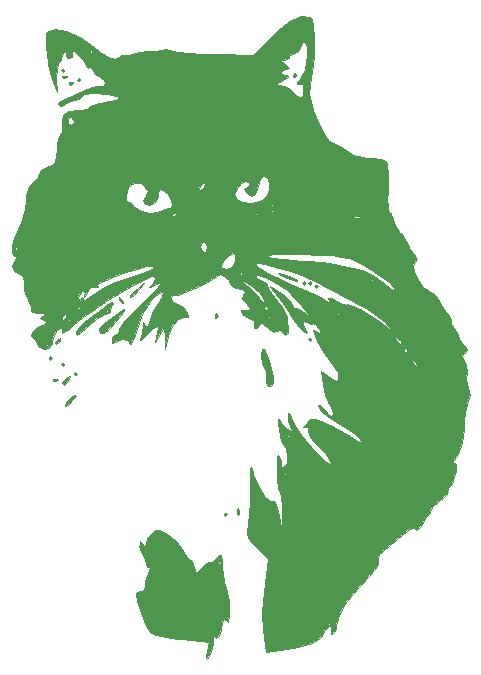
<source format=gbr>
%TF.GenerationSoftware,KiCad,Pcbnew,(5.1.9)-1*%
%TF.CreationDate,2021-06-30T11:05:27-04:00*%
%TF.ProjectId,charging_board_relay,63686172-6769-46e6-975f-626f6172645f,rev?*%
%TF.SameCoordinates,Original*%
%TF.FileFunction,Legend,Bot*%
%TF.FilePolarity,Positive*%
%FSLAX46Y46*%
G04 Gerber Fmt 4.6, Leading zero omitted, Abs format (unit mm)*
G04 Created by KiCad (PCBNEW (5.1.9)-1) date 2021-06-30 11:05:27*
%MOMM*%
%LPD*%
G01*
G04 APERTURE LIST*
%ADD10C,0.010000*%
G04 APERTURE END LIST*
D10*
%TO.C,G\u002A\u002A\u002A*%
G36*
X110243966Y-116857305D02*
G01*
X110221118Y-116877916D01*
X109836350Y-117381987D01*
X109723948Y-117746195D01*
X109682779Y-118025737D01*
X109501771Y-117830045D01*
X109463417Y-117771334D01*
X109269105Y-117559763D01*
X109205516Y-117821181D01*
X109202885Y-117954156D01*
X109307744Y-118487699D01*
X109463417Y-118697375D01*
X109683427Y-119069484D01*
X109728000Y-119390063D01*
X109836788Y-119750599D01*
X110014437Y-119742202D01*
X110107473Y-119817454D01*
X109961895Y-120233168D01*
X109918448Y-120321900D01*
X109684141Y-120948948D01*
X109652597Y-121405114D01*
X109654059Y-121409354D01*
X109551524Y-121692777D01*
X109353173Y-121740084D01*
X108987282Y-121884668D01*
X108934250Y-122021098D01*
X109031211Y-122595071D01*
X109275230Y-123403913D01*
X109596011Y-124259669D01*
X109923259Y-124974384D01*
X110181529Y-125356053D01*
X110609530Y-125518804D01*
X111416016Y-125682351D01*
X112451102Y-125818464D01*
X112817496Y-125852565D01*
X115072416Y-126040399D01*
X114920364Y-126800658D01*
X114830753Y-127403922D01*
X114904206Y-127503897D01*
X115141185Y-127100678D01*
X115249960Y-126869056D01*
X115439710Y-126155337D01*
X115427164Y-125612285D01*
X115375444Y-125300612D01*
X115441032Y-125378104D01*
X115716816Y-125702063D01*
X115957027Y-125561570D01*
X116075917Y-125018955D01*
X116078000Y-124915083D01*
X116168888Y-124351448D01*
X116376441Y-124107646D01*
X116602989Y-124271077D01*
X116655417Y-124398376D01*
X116719608Y-124338582D01*
X116776083Y-123869117D01*
X116794566Y-123538480D01*
X116763001Y-122646622D01*
X116626029Y-121862373D01*
X116580072Y-121722694D01*
X116380122Y-120995049D01*
X116235997Y-120111367D01*
X116225230Y-120002902D01*
X116166419Y-119358834D01*
X116078000Y-119358834D01*
X115981193Y-119576616D01*
X115901611Y-119535222D01*
X115869945Y-119221224D01*
X115901611Y-119182445D01*
X116058905Y-119218764D01*
X116078000Y-119358834D01*
X116166419Y-119358834D01*
X116158633Y-119273574D01*
X116111082Y-118773577D01*
X116104843Y-118712951D01*
X115958779Y-118699549D01*
X115702757Y-118977119D01*
X115352593Y-119301044D01*
X115140745Y-119303523D01*
X114861245Y-119345043D01*
X114462280Y-119700814D01*
X113970586Y-120284875D01*
X113802809Y-119689563D01*
X113608401Y-119227893D01*
X113461475Y-119094250D01*
X113235376Y-118884862D01*
X112898357Y-118367878D01*
X112824256Y-118234354D01*
X112264453Y-117498401D01*
X111555887Y-116913779D01*
X111537415Y-116903054D01*
X110962761Y-116609284D01*
X110607312Y-116595480D01*
X110243966Y-116857305D01*
G37*
X110243966Y-116857305D02*
X110221118Y-116877916D01*
X109836350Y-117381987D01*
X109723948Y-117746195D01*
X109682779Y-118025737D01*
X109501771Y-117830045D01*
X109463417Y-117771334D01*
X109269105Y-117559763D01*
X109205516Y-117821181D01*
X109202885Y-117954156D01*
X109307744Y-118487699D01*
X109463417Y-118697375D01*
X109683427Y-119069484D01*
X109728000Y-119390063D01*
X109836788Y-119750599D01*
X110014437Y-119742202D01*
X110107473Y-119817454D01*
X109961895Y-120233168D01*
X109918448Y-120321900D01*
X109684141Y-120948948D01*
X109652597Y-121405114D01*
X109654059Y-121409354D01*
X109551524Y-121692777D01*
X109353173Y-121740084D01*
X108987282Y-121884668D01*
X108934250Y-122021098D01*
X109031211Y-122595071D01*
X109275230Y-123403913D01*
X109596011Y-124259669D01*
X109923259Y-124974384D01*
X110181529Y-125356053D01*
X110609530Y-125518804D01*
X111416016Y-125682351D01*
X112451102Y-125818464D01*
X112817496Y-125852565D01*
X115072416Y-126040399D01*
X114920364Y-126800658D01*
X114830753Y-127403922D01*
X114904206Y-127503897D01*
X115141185Y-127100678D01*
X115249960Y-126869056D01*
X115439710Y-126155337D01*
X115427164Y-125612285D01*
X115375444Y-125300612D01*
X115441032Y-125378104D01*
X115716816Y-125702063D01*
X115957027Y-125561570D01*
X116075917Y-125018955D01*
X116078000Y-124915083D01*
X116168888Y-124351448D01*
X116376441Y-124107646D01*
X116602989Y-124271077D01*
X116655417Y-124398376D01*
X116719608Y-124338582D01*
X116776083Y-123869117D01*
X116794566Y-123538480D01*
X116763001Y-122646622D01*
X116626029Y-121862373D01*
X116580072Y-121722694D01*
X116380122Y-120995049D01*
X116235997Y-120111367D01*
X116225230Y-120002902D01*
X116166419Y-119358834D01*
X116078000Y-119358834D01*
X115981193Y-119576616D01*
X115901611Y-119535222D01*
X115869945Y-119221224D01*
X115901611Y-119182445D01*
X116058905Y-119218764D01*
X116078000Y-119358834D01*
X116166419Y-119358834D01*
X116158633Y-119273574D01*
X116111082Y-118773577D01*
X116104843Y-118712951D01*
X115958779Y-118699549D01*
X115702757Y-118977119D01*
X115352593Y-119301044D01*
X115140745Y-119303523D01*
X114861245Y-119345043D01*
X114462280Y-119700814D01*
X113970586Y-120284875D01*
X113802809Y-119689563D01*
X113608401Y-119227893D01*
X113461475Y-119094250D01*
X113235376Y-118884862D01*
X112898357Y-118367878D01*
X112824256Y-118234354D01*
X112264453Y-117498401D01*
X111555887Y-116913779D01*
X111537415Y-116903054D01*
X110962761Y-116609284D01*
X110607312Y-116595480D01*
X110243966Y-116857305D01*
G36*
X121937574Y-73503683D02*
G01*
X120849982Y-74368820D01*
X120337266Y-74871511D01*
X118856125Y-76391421D01*
X115796349Y-76323696D01*
X114510518Y-76275009D01*
X113363787Y-76194782D01*
X112492810Y-76094792D01*
X112070096Y-76002578D01*
X111464958Y-75877300D01*
X111095634Y-75939530D01*
X110631107Y-76055852D01*
X109940306Y-76071191D01*
X109927898Y-76070354D01*
X109251849Y-76088451D01*
X108809497Y-76214523D01*
X108802762Y-76219603D01*
X108331457Y-76363613D01*
X108075405Y-76353628D01*
X107605621Y-76407435D01*
X107464477Y-76519899D01*
X107117265Y-76745863D01*
X106555729Y-76586662D01*
X105841990Y-76099459D01*
X105230083Y-76099459D01*
X105097791Y-76231750D01*
X104965500Y-76099459D01*
X105097791Y-75967167D01*
X105230083Y-76099459D01*
X105841990Y-76099459D01*
X105734159Y-76025853D01*
X105453554Y-75796513D01*
X104154075Y-74858981D01*
X102987452Y-74321871D01*
X102014055Y-74211206D01*
X101848290Y-74242432D01*
X101492697Y-74361436D01*
X101310568Y-74578802D01*
X101265576Y-75027225D01*
X101321397Y-75839403D01*
X101344017Y-76084541D01*
X101489757Y-77139941D01*
X101703222Y-78120514D01*
X101875103Y-78649920D01*
X102249658Y-79539042D01*
X102174701Y-78282271D01*
X102176633Y-77550882D01*
X102265545Y-77097736D01*
X102341997Y-77025500D01*
X102559390Y-76811974D01*
X102584250Y-76644240D01*
X102743534Y-76195064D01*
X102845803Y-76101332D01*
X103001596Y-76141623D01*
X102966708Y-76306203D01*
X103036924Y-76622642D01*
X103238156Y-76672722D01*
X103528334Y-76509641D01*
X103493597Y-76179152D01*
X103462878Y-75928442D01*
X103679700Y-76045660D01*
X104018930Y-76367567D01*
X104470602Y-76886908D01*
X104695352Y-77277947D01*
X104700916Y-77317725D01*
X104863722Y-77464526D01*
X104965500Y-77422375D01*
X105196825Y-77476371D01*
X105230083Y-77640485D01*
X105451893Y-78008666D01*
X105759250Y-78160496D01*
X106189638Y-78456676D01*
X106288417Y-78736137D01*
X106174572Y-79034773D01*
X106043660Y-79022129D01*
X105632333Y-78992477D01*
X105183764Y-79109893D01*
X103804444Y-79664771D01*
X102893798Y-80077687D01*
X102415926Y-80366132D01*
X102319666Y-80505267D01*
X102489349Y-80716887D01*
X102823156Y-80631906D01*
X102981125Y-80465084D01*
X103355867Y-80239536D01*
X103636149Y-80200500D01*
X104097551Y-80060641D01*
X104227874Y-79899837D01*
X104530209Y-79714811D01*
X105159219Y-79625095D01*
X105374401Y-79623801D01*
X106488784Y-79690626D01*
X107197114Y-79814873D01*
X107470919Y-79974550D01*
X107281727Y-80147664D01*
X106601065Y-80312223D01*
X106319303Y-80353668D01*
X105555746Y-80495390D01*
X105064805Y-80664157D01*
X104965500Y-80763753D01*
X104733988Y-80921781D01*
X104170152Y-80997350D01*
X104105604Y-80998302D01*
X103195729Y-81102637D01*
X102719425Y-81442266D01*
X102612335Y-82073358D01*
X102635438Y-82281396D01*
X102648323Y-82872408D01*
X102514537Y-83177767D01*
X102506200Y-83181031D01*
X102330757Y-83472455D01*
X102200982Y-84095710D01*
X102179895Y-84311968D01*
X102125124Y-85019825D01*
X102084942Y-85477012D01*
X102078882Y-85529630D01*
X101836019Y-85713396D01*
X101393625Y-85865400D01*
X100897058Y-86119224D01*
X100732166Y-86410102D01*
X100529283Y-86870914D01*
X100373917Y-87000374D01*
X99850068Y-87565719D01*
X99571046Y-88354012D01*
X99573243Y-88799459D01*
X99524783Y-89409984D01*
X99267174Y-90317502D01*
X98852227Y-91358660D01*
X98588339Y-91904723D01*
X98382896Y-92540106D01*
X98386580Y-93106947D01*
X98589415Y-93415248D01*
X98668416Y-93429667D01*
X98852493Y-93507762D01*
X98668416Y-93747167D01*
X98368227Y-94271711D01*
X98554661Y-94681571D01*
X98880083Y-94829246D01*
X99239148Y-95033028D01*
X99393898Y-95488544D01*
X99403889Y-96210564D01*
X99509709Y-96515814D01*
X99773355Y-97070330D01*
X99790212Y-97103061D01*
X100013946Y-97670011D01*
X100024463Y-98016251D01*
X100016059Y-98026330D01*
X100120488Y-98143181D01*
X100601999Y-98196058D01*
X100621923Y-98196218D01*
X101108081Y-98235024D01*
X101118774Y-98367062D01*
X100996750Y-98456750D01*
X100781476Y-98670690D01*
X100930604Y-98717282D01*
X101238105Y-98888478D01*
X101261333Y-98985917D01*
X101057526Y-99239796D01*
X100977851Y-99250500D01*
X100578169Y-99395037D01*
X100218693Y-99719417D01*
X100037799Y-100059796D01*
X100139216Y-100243475D01*
X100445575Y-100567704D01*
X100467583Y-100699450D01*
X100685456Y-101074194D01*
X101154625Y-101280285D01*
X101549793Y-101220119D01*
X101697752Y-100970292D01*
X101525916Y-100970292D01*
X101393625Y-101102583D01*
X101261333Y-100970292D01*
X101393625Y-100838000D01*
X101525916Y-100970292D01*
X101697752Y-100970292D01*
X101765413Y-100856048D01*
X101798914Y-100623948D01*
X101959357Y-100064776D01*
X102195789Y-99662951D01*
X102517036Y-99366245D01*
X102637640Y-99554545D01*
X102603905Y-99880843D01*
X102756489Y-99863872D01*
X103194120Y-99566959D01*
X103564760Y-99269187D01*
X104094129Y-98853625D01*
X103378000Y-98853625D01*
X103245708Y-98985917D01*
X103113416Y-98853625D01*
X103245708Y-98721333D01*
X103378000Y-98853625D01*
X104094129Y-98853625D01*
X104443142Y-98579645D01*
X104947757Y-98218993D01*
X103038463Y-98218993D01*
X102982949Y-98484111D01*
X102964114Y-98534307D01*
X102754513Y-98858300D01*
X102635348Y-98860626D01*
X102665027Y-98580735D01*
X102816002Y-98386195D01*
X103038463Y-98218993D01*
X104947757Y-98218993D01*
X105508578Y-97818171D01*
X105542789Y-97795292D01*
X104171750Y-97795292D01*
X104039458Y-97927583D01*
X103907166Y-97795292D01*
X104039458Y-97663000D01*
X104171750Y-97795292D01*
X105542789Y-97795292D01*
X106661070Y-97047435D01*
X107800617Y-96330110D01*
X108827221Y-95728868D01*
X109640880Y-95306382D01*
X110141595Y-95125325D01*
X110180718Y-95122806D01*
X110580107Y-95160954D01*
X110556618Y-95350828D01*
X110313010Y-95641529D01*
X110017447Y-95996192D01*
X110115590Y-96011792D01*
X110455604Y-95840107D01*
X110883360Y-95646472D01*
X110997561Y-95690665D01*
X110777994Y-96000735D01*
X110204446Y-96604731D01*
X109256706Y-97530701D01*
X109193836Y-97591035D01*
X108412408Y-98384405D01*
X107821107Y-99069747D01*
X107497615Y-99552104D01*
X107464523Y-99704947D01*
X107412084Y-99966719D01*
X107286796Y-99974930D01*
X106988264Y-100138322D01*
X106874008Y-100406314D01*
X106878997Y-100744574D01*
X107118226Y-100683423D01*
X107736315Y-100452510D01*
X108232210Y-100514609D01*
X108428742Y-100816071D01*
X108501673Y-100840813D01*
X108662206Y-100444875D01*
X108782830Y-100044250D01*
X109398835Y-98342396D01*
X110167910Y-97102354D01*
X110496284Y-96760005D01*
X110999186Y-96414665D01*
X111217353Y-96472855D01*
X111104631Y-96865775D01*
X110834790Y-97264616D01*
X110380998Y-98030371D01*
X110114409Y-98768985D01*
X109951524Y-99282888D01*
X109774445Y-99312667D01*
X109703292Y-99219581D01*
X109515203Y-99014311D01*
X109467468Y-99295006D01*
X109383407Y-99936150D01*
X109309526Y-100221048D01*
X109235303Y-100544914D01*
X109409116Y-100418132D01*
X109507963Y-100308833D01*
X110008809Y-99818111D01*
X110367200Y-99515083D01*
X110708495Y-99281952D01*
X110791440Y-99407325D01*
X110695778Y-99911958D01*
X110517447Y-100705708D01*
X111296749Y-99382792D01*
X111332702Y-100308833D01*
X111368655Y-101234875D01*
X111610845Y-100202651D01*
X111944869Y-99329708D01*
X112422681Y-98745558D01*
X112949625Y-98553993D01*
X113087921Y-98583001D01*
X113281611Y-98520761D01*
X113191414Y-98112530D01*
X112798701Y-97617346D01*
X112411180Y-97446161D01*
X111960527Y-97222919D01*
X111844667Y-96967525D01*
X111972388Y-96704386D01*
X112097582Y-96729747D01*
X112438540Y-96697177D01*
X113084062Y-96473262D01*
X113886994Y-96127578D01*
X114700183Y-95729701D01*
X115376477Y-95349208D01*
X115768723Y-95055673D01*
X115813416Y-94972852D01*
X115997704Y-94917827D01*
X116342583Y-95078569D01*
X116758108Y-95465566D01*
X116871750Y-95742270D01*
X117091898Y-96015355D01*
X117385302Y-96075500D01*
X117889501Y-96197424D01*
X118099386Y-96470185D01*
X117928712Y-96737806D01*
X117898597Y-97005678D01*
X118255125Y-97408744D01*
X118579576Y-97794361D01*
X118425203Y-97981195D01*
X117819151Y-97943987D01*
X117759778Y-98067342D01*
X117917693Y-98309530D01*
X118383445Y-98654724D01*
X118652246Y-98721333D01*
X118923119Y-98895277D01*
X118892736Y-99118209D01*
X118889676Y-99458156D01*
X119117005Y-99475078D01*
X119346242Y-99184354D01*
X119567305Y-99068959D01*
X119975820Y-99413444D01*
X119992957Y-99432813D01*
X120466417Y-99812789D01*
X120773845Y-99740488D01*
X121095850Y-99624782D01*
X121223127Y-99756613D01*
X121550256Y-100042125D01*
X121775328Y-99876163D01*
X121784543Y-99448938D01*
X121684830Y-98780065D01*
X121667553Y-98589042D01*
X120311333Y-98589042D01*
X120179041Y-98721333D01*
X120046750Y-98589042D01*
X120179041Y-98456750D01*
X120311333Y-98589042D01*
X121667553Y-98589042D01*
X121653911Y-98438229D01*
X121479583Y-98014893D01*
X121333398Y-97795292D01*
X120046750Y-97795292D01*
X119914458Y-97927583D01*
X119782166Y-97795292D01*
X119914458Y-97663000D01*
X120046750Y-97795292D01*
X121333398Y-97795292D01*
X121053110Y-97374241D01*
X120966706Y-97266125D01*
X119770400Y-97266125D01*
X119637172Y-97274343D01*
X119313518Y-96936025D01*
X119284173Y-96898340D01*
X118690507Y-96236708D01*
X118165577Y-95756103D01*
X117533208Y-95246235D01*
X118194666Y-95559543D01*
X118840851Y-95988629D01*
X119409374Y-96561959D01*
X119740245Y-97106255D01*
X119770400Y-97266125D01*
X120966706Y-97266125D01*
X120687591Y-96916875D01*
X120208877Y-96313600D01*
X119956421Y-95904948D01*
X119959987Y-95794146D01*
X119924858Y-95702156D01*
X119583729Y-95538089D01*
X119125279Y-95252814D01*
X118988416Y-95021236D01*
X119198706Y-94979950D01*
X119744233Y-95155704D01*
X120347651Y-95432445D01*
X121711858Y-96314597D01*
X122893406Y-97525603D01*
X123465059Y-98302291D01*
X123678157Y-98635861D01*
X123599075Y-98622947D01*
X123180847Y-98255893D01*
X122690553Y-97900781D01*
X122363310Y-97822122D01*
X122342225Y-97836969D01*
X122187047Y-97794702D01*
X122163417Y-97624563D01*
X121965507Y-97212950D01*
X121484212Y-96739700D01*
X121435812Y-96703599D01*
X120654117Y-96157380D01*
X120273446Y-95948396D01*
X120295684Y-96077173D01*
X120668661Y-96489358D01*
X121310647Y-97264788D01*
X121860505Y-98118545D01*
X121897278Y-98188699D01*
X122376480Y-98955647D01*
X122917034Y-99594766D01*
X122974493Y-99647375D01*
X123320423Y-99903100D01*
X123363961Y-99821403D01*
X123340816Y-99779667D01*
X123077651Y-99216833D01*
X123067279Y-98907099D01*
X123305287Y-98949829D01*
X123375286Y-99003548D01*
X123683444Y-99174567D01*
X123750916Y-99118208D01*
X123913698Y-99094410D01*
X124147791Y-99250500D01*
X124481300Y-99648892D01*
X124544666Y-99844460D01*
X124382395Y-99915552D01*
X124109802Y-99748138D01*
X123906996Y-99642747D01*
X123955833Y-99898099D01*
X124265522Y-100560921D01*
X124272921Y-100575637D01*
X124694040Y-101355465D01*
X125080090Y-101977940D01*
X125218098Y-102160917D01*
X125551371Y-102620161D01*
X125650292Y-102822375D01*
X125837155Y-103042854D01*
X125877033Y-103039711D01*
X125992979Y-103218719D01*
X126018774Y-103502732D01*
X125995068Y-103895468D01*
X125835693Y-103964486D01*
X125408262Y-103723622D01*
X125200696Y-103588238D01*
X124552426Y-103163475D01*
X124708611Y-104315842D01*
X124888037Y-105129315D01*
X125146627Y-105761969D01*
X125233898Y-105885917D01*
X125525400Y-106358947D01*
X125599435Y-106770332D01*
X125446973Y-106923417D01*
X125183773Y-106742025D01*
X124794317Y-106328104D01*
X124448744Y-106005542D01*
X124289809Y-106037192D01*
X124288886Y-106051169D01*
X124372591Y-106303666D01*
X124683385Y-106626197D01*
X125291211Y-107074369D01*
X126266012Y-107703787D01*
X126727479Y-107989910D01*
X127418917Y-108467424D01*
X127875391Y-108881805D01*
X127984250Y-109075263D01*
X127838204Y-109192000D01*
X127521229Y-108974292D01*
X127045730Y-108646716D01*
X126267210Y-108203293D01*
X125464340Y-107794330D01*
X124610651Y-107392583D01*
X124091543Y-107205037D01*
X123765458Y-107215009D01*
X123490835Y-107405819D01*
X123347674Y-107544903D01*
X123077877Y-107851615D01*
X123144463Y-107880714D01*
X123155604Y-107874493D01*
X123427477Y-107899526D01*
X123486333Y-108209223D01*
X123669665Y-108696930D01*
X124132517Y-109320033D01*
X124391622Y-109586400D01*
X124962213Y-110193977D01*
X125345144Y-110730173D01*
X125414894Y-110891459D01*
X125342893Y-111011057D01*
X125017834Y-110804049D01*
X124520111Y-110354713D01*
X123930122Y-109747327D01*
X123328262Y-109066168D01*
X122991904Y-108643209D01*
X121898833Y-108643209D01*
X121766541Y-108775500D01*
X121634250Y-108643209D01*
X121766541Y-108510917D01*
X121898833Y-108643209D01*
X122991904Y-108643209D01*
X122794926Y-108395516D01*
X122410511Y-107819646D01*
X122323722Y-107651021D01*
X122028088Y-107035077D01*
X121829314Y-106687424D01*
X121798345Y-106658834D01*
X121737522Y-106869607D01*
X121795658Y-107334763D01*
X121934033Y-107803555D01*
X121993119Y-107920256D01*
X122082046Y-108208967D01*
X122027841Y-108246334D01*
X121677724Y-108049246D01*
X121261415Y-107592625D01*
X121013395Y-107183275D01*
X120938396Y-107175699D01*
X120943828Y-107592634D01*
X120983308Y-107973821D01*
X121115991Y-108717017D01*
X121279343Y-109210085D01*
X121345551Y-109296738D01*
X121580931Y-109681099D01*
X121687971Y-110292969D01*
X121655362Y-110897641D01*
X121471796Y-111260413D01*
X121440902Y-111275860D01*
X121182257Y-111297802D01*
X121190525Y-111219865D01*
X121193909Y-110843497D01*
X121090572Y-110495292D01*
X120946483Y-110235302D01*
X120867079Y-110418058D01*
X120829809Y-110892167D01*
X120822792Y-112201105D01*
X120952671Y-113090226D01*
X121099586Y-113405709D01*
X121211211Y-113796723D01*
X121287259Y-114538252D01*
X121308923Y-115257792D01*
X121310544Y-116845292D01*
X121009376Y-115433268D01*
X120820176Y-114688380D01*
X120646325Y-114240363D01*
X120554911Y-114175453D01*
X120270975Y-114146193D01*
X119860074Y-113760693D01*
X119415440Y-113143891D01*
X119030306Y-112420725D01*
X118832128Y-111866823D01*
X118694381Y-111372547D01*
X118610934Y-111217674D01*
X118570210Y-111452178D01*
X118560630Y-112126032D01*
X118567544Y-113008834D01*
X118552815Y-114182934D01*
X118492192Y-115272370D01*
X118397835Y-116077687D01*
X118372985Y-116200263D01*
X118278531Y-116795185D01*
X118386977Y-117242898D01*
X118776118Y-117736735D01*
X119135745Y-118095885D01*
X120117062Y-119049036D01*
X119799317Y-121122164D01*
X119613691Y-123508172D01*
X119698015Y-125047375D01*
X119914458Y-126899458D01*
X121105083Y-126746168D01*
X122629632Y-126482906D01*
X123783601Y-126142414D01*
X124509341Y-125745643D01*
X124737332Y-125426104D01*
X124943733Y-125007034D01*
X125096388Y-124915083D01*
X125217349Y-124711307D01*
X125172862Y-124452063D01*
X125106462Y-124160282D01*
X125269926Y-124335277D01*
X125288978Y-124361923D01*
X125441800Y-124899735D01*
X125401266Y-125132931D01*
X125386973Y-125395365D01*
X125558037Y-125339747D01*
X125826106Y-124936905D01*
X125867583Y-124675535D01*
X126084992Y-123805595D01*
X126712557Y-122716871D01*
X127711531Y-121475500D01*
X128512367Y-120582112D01*
X129016526Y-119987823D01*
X129286296Y-119602940D01*
X129383969Y-119337771D01*
X129371836Y-119102624D01*
X129369193Y-119088635D01*
X129507900Y-118656131D01*
X129866631Y-118297923D01*
X130416073Y-117878402D01*
X131121054Y-117288411D01*
X131395144Y-117046761D01*
X131959075Y-116605182D01*
X132347129Y-116421760D01*
X132441750Y-116462491D01*
X132654558Y-116570046D01*
X132971528Y-116366435D01*
X133224612Y-115994275D01*
X133275916Y-115754562D01*
X133429715Y-115423776D01*
X133540500Y-115390084D01*
X133773234Y-115174942D01*
X133805083Y-114980903D01*
X134016463Y-114583692D01*
X134532105Y-114160571D01*
X134599246Y-114121007D01*
X135099236Y-113739372D01*
X135283790Y-113394742D01*
X135275568Y-113356657D01*
X135330176Y-113012122D01*
X135421444Y-112955116D01*
X135660856Y-112675136D01*
X135855904Y-112132214D01*
X135913646Y-111818209D01*
X121634250Y-111818209D01*
X121501958Y-111950500D01*
X121369666Y-111818209D01*
X121501958Y-111685917D01*
X121634250Y-111818209D01*
X135913646Y-111818209D01*
X135967900Y-111523182D01*
X135958152Y-111044873D01*
X135827740Y-110888115D01*
X135676919Y-110804119D01*
X135804480Y-110689678D01*
X136176058Y-110170610D01*
X136472240Y-109250868D01*
X136657974Y-108057405D01*
X136696389Y-107459251D01*
X136773983Y-106588456D01*
X136915926Y-105915064D01*
X137024859Y-105678840D01*
X137165181Y-105156691D01*
X137027945Y-104565735D01*
X136875142Y-103824665D01*
X136899071Y-103235881D01*
X136870174Y-102672857D01*
X132681879Y-102672857D01*
X132645688Y-102690083D01*
X132404233Y-102503822D01*
X132349875Y-102425500D01*
X132282454Y-102178144D01*
X132318645Y-102160917D01*
X132560100Y-102347178D01*
X132614458Y-102425500D01*
X132681879Y-102672857D01*
X136870174Y-102672857D01*
X136866467Y-102600642D01*
X136697595Y-102271634D01*
X136488474Y-101898402D01*
X136700862Y-101640985D01*
X136721992Y-101627738D01*
X136734036Y-101614523D01*
X131888129Y-101614523D01*
X131851938Y-101631750D01*
X131610483Y-101445489D01*
X131556125Y-101367167D01*
X131488704Y-101119810D01*
X131524895Y-101102583D01*
X131766350Y-101288845D01*
X131820708Y-101367167D01*
X131888129Y-101614523D01*
X136734036Y-101614523D01*
X136938362Y-101390332D01*
X136772378Y-101053538D01*
X136638833Y-100899465D01*
X136522956Y-100738105D01*
X131423833Y-100738105D01*
X131295131Y-100817302D01*
X130943401Y-100477417D01*
X130860917Y-100374979D01*
X130632093Y-100061582D01*
X130769106Y-100127283D01*
X130960812Y-100275084D01*
X131327250Y-100601473D01*
X131423833Y-100738105D01*
X136522956Y-100738105D01*
X136292109Y-100416650D01*
X136186333Y-100121959D01*
X136076856Y-99891030D01*
X130762375Y-99891030D01*
X129836333Y-99172275D01*
X128964546Y-98557391D01*
X128585387Y-98324458D01*
X126132166Y-98324458D01*
X125999875Y-98456750D01*
X125867583Y-98324458D01*
X125999875Y-98192167D01*
X126132166Y-98324458D01*
X128585387Y-98324458D01*
X128027037Y-97981442D01*
X127892464Y-97907511D01*
X127245470Y-97605327D01*
X126810575Y-97485115D01*
X126733229Y-97502910D01*
X126439176Y-97477190D01*
X126038539Y-97256784D01*
X125471553Y-96930891D01*
X125194304Y-96914429D01*
X125273190Y-97199928D01*
X125367606Y-97332271D01*
X125574420Y-97619143D01*
X125457122Y-97561048D01*
X125160966Y-97314383D01*
X124634355Y-96976499D01*
X123790835Y-96548052D01*
X122810449Y-96120291D01*
X122784276Y-96109808D01*
X121766770Y-95672519D01*
X120763846Y-95189967D01*
X120192147Y-94884875D01*
X117930083Y-94884875D01*
X117797791Y-95017167D01*
X117665500Y-94884875D01*
X117797791Y-94752584D01*
X117930083Y-94884875D01*
X120192147Y-94884875D01*
X119890373Y-94723831D01*
X119261219Y-94335789D01*
X118991253Y-94087522D01*
X118988416Y-94071605D01*
X119215225Y-94001538D01*
X119818425Y-94090145D01*
X120682176Y-94301870D01*
X121690638Y-94601154D01*
X122727973Y-94952439D01*
X123678339Y-95320169D01*
X124425897Y-95668784D01*
X124676958Y-95817737D01*
X125311121Y-96198527D01*
X126233079Y-96699294D01*
X127251135Y-97216185D01*
X127322791Y-97251137D01*
X128348760Y-97814407D01*
X129289389Y-98440964D01*
X129948153Y-98999318D01*
X129968625Y-99021395D01*
X130762375Y-99891030D01*
X136076856Y-99891030D01*
X136003420Y-99736127D01*
X135792371Y-99517501D01*
X135535815Y-99136247D01*
X135555508Y-98936351D01*
X135511103Y-98580063D01*
X135195146Y-98106435D01*
X134752502Y-97518188D01*
X134512748Y-97063717D01*
X134153629Y-96619383D01*
X133687046Y-96345503D01*
X133644407Y-96314780D01*
X130783707Y-96314780D01*
X130510413Y-96205403D01*
X129951962Y-95791969D01*
X129667972Y-95550156D01*
X129481212Y-95414042D01*
X129042583Y-95414042D01*
X128910291Y-95546334D01*
X128778000Y-95414042D01*
X128910291Y-95281750D01*
X129042583Y-95414042D01*
X129481212Y-95414042D01*
X128943571Y-95022201D01*
X128229324Y-94665020D01*
X128045543Y-94612085D01*
X127277954Y-94438937D01*
X126407138Y-94222137D01*
X126364439Y-94210904D01*
X125666195Y-94078668D01*
X124622562Y-93942299D01*
X123416644Y-93824361D01*
X122924856Y-93787055D01*
X121415684Y-93660954D01*
X120434675Y-93533961D01*
X119980949Y-93416762D01*
X120021816Y-93362379D01*
X117308415Y-93362379D01*
X117270181Y-93784816D01*
X117096593Y-94189423D01*
X117004041Y-94285511D01*
X116522165Y-94474549D01*
X116153272Y-94374467D01*
X116118491Y-94287583D01*
X110484153Y-94287583D01*
X110297040Y-94468957D01*
X109662244Y-94750849D01*
X108611896Y-95116572D01*
X108253595Y-95229896D01*
X107146059Y-95638099D01*
X106085640Y-96135142D01*
X105347909Y-96582463D01*
X104582431Y-97080199D01*
X104128711Y-97209927D01*
X104011684Y-96968777D01*
X104079321Y-96728485D01*
X104348280Y-96383463D01*
X104480256Y-96340084D01*
X104601692Y-96514359D01*
X104541820Y-96670813D01*
X104489070Y-96852815D01*
X104592351Y-96781056D01*
X104828700Y-96342784D01*
X104839146Y-96251889D01*
X105056202Y-96033570D01*
X105328718Y-96027050D01*
X105655300Y-95986399D01*
X105646398Y-95842370D01*
X105808710Y-95664552D01*
X106351820Y-95392235D01*
X107146371Y-95071496D01*
X108063006Y-94748414D01*
X108972369Y-94469063D01*
X109745104Y-94279522D01*
X110191450Y-94223417D01*
X110484153Y-94287583D01*
X116118491Y-94287583D01*
X116078000Y-94186439D01*
X116272403Y-93814393D01*
X116700780Y-93406871D01*
X117130879Y-93178703D01*
X117173081Y-93173498D01*
X117308415Y-93362379D01*
X120021816Y-93362379D01*
X120053631Y-93320042D01*
X120651840Y-93254488D01*
X121774701Y-93230785D01*
X122969213Y-93247110D01*
X124445048Y-93290484D01*
X125514895Y-93350340D01*
X126301916Y-93447330D01*
X126929275Y-93602108D01*
X127520133Y-93835325D01*
X128069151Y-94102296D01*
X129005222Y-94637247D01*
X129849025Y-95222097D01*
X130289419Y-95605004D01*
X130725492Y-96116011D01*
X130783707Y-96314780D01*
X133644407Y-96314780D01*
X133185787Y-95984328D01*
X132749732Y-95395649D01*
X132456762Y-94742420D01*
X132384759Y-94187597D01*
X132531742Y-93928194D01*
X132692057Y-93673085D01*
X132438732Y-93263724D01*
X132405500Y-93226549D01*
X132059044Y-92747365D01*
X132023282Y-92649711D01*
X114947958Y-92649711D01*
X114861377Y-93051628D01*
X114673774Y-93093883D01*
X114380694Y-92773855D01*
X114379774Y-92768209D01*
X98880083Y-92768209D01*
X98747791Y-92900500D01*
X98615500Y-92768209D01*
X98747791Y-92635917D01*
X98880083Y-92768209D01*
X114379774Y-92768209D01*
X114358208Y-92635917D01*
X114498483Y-92249031D01*
X114769441Y-92248869D01*
X114946284Y-92630174D01*
X114947958Y-92649711D01*
X132023282Y-92649711D01*
X131953000Y-92457799D01*
X131793596Y-92097920D01*
X131399517Y-91549062D01*
X131291865Y-91420299D01*
X130856739Y-90799341D01*
X130636896Y-90260539D01*
X130630406Y-90188521D01*
X130617905Y-90148972D01*
X128000449Y-90148972D01*
X127634599Y-90190724D01*
X127455083Y-90193283D01*
X126973722Y-90165698D01*
X126916992Y-90097018D01*
X126992062Y-90072283D01*
X127663106Y-90031135D01*
X127918104Y-90072283D01*
X128000449Y-90148972D01*
X130617905Y-90148972D01*
X130525865Y-89857792D01*
X119253000Y-89857792D01*
X119120708Y-89990084D01*
X118988416Y-89857792D01*
X119032513Y-89813695D01*
X112285639Y-89813695D01*
X112249319Y-89970989D01*
X112109250Y-89990084D01*
X111891468Y-89893277D01*
X111932861Y-89813695D01*
X112246859Y-89782029D01*
X112285639Y-89813695D01*
X119032513Y-89813695D01*
X119120708Y-89725500D01*
X119253000Y-89857792D01*
X130525865Y-89857792D01*
X130506286Y-89795855D01*
X130367547Y-89725500D01*
X130301852Y-89593209D01*
X120575916Y-89593209D01*
X120443625Y-89725500D01*
X120311333Y-89593209D01*
X120443625Y-89460917D01*
X120575916Y-89593209D01*
X130301852Y-89593209D01*
X130243115Y-89474931D01*
X130211164Y-89064042D01*
X120575916Y-89064042D01*
X120443625Y-89196334D01*
X120354324Y-89107033D01*
X111963341Y-89107033D01*
X111861335Y-89363170D01*
X111687093Y-89355535D01*
X111276136Y-89378046D01*
X111176067Y-89472472D01*
X110765634Y-89698819D01*
X110091036Y-89725210D01*
X109367846Y-89574997D01*
X108811637Y-89271535D01*
X108752173Y-89209887D01*
X108368298Y-88857540D01*
X108151606Y-88792594D01*
X108044930Y-88643767D01*
X108022745Y-88200508D01*
X108243653Y-87545759D01*
X108728206Y-87200515D01*
X109312055Y-87242616D01*
X109607094Y-87450130D01*
X109892176Y-87861272D01*
X109752900Y-88238743D01*
X109712572Y-88288882D01*
X109522517Y-88719930D01*
X109675083Y-88984667D01*
X110077578Y-89098991D01*
X110491856Y-88841121D01*
X110757565Y-88339251D01*
X110786333Y-88096294D01*
X110867798Y-87748636D01*
X111201628Y-87813954D01*
X111283123Y-87856089D01*
X111629483Y-88187386D01*
X111871140Y-88659736D01*
X111963341Y-89107033D01*
X120354324Y-89107033D01*
X120311333Y-89064042D01*
X120443625Y-88931750D01*
X120575916Y-89064042D01*
X130211164Y-89064042D01*
X130188407Y-88771409D01*
X130208721Y-87687212D01*
X130212504Y-87610388D01*
X130221366Y-87173863D01*
X120180234Y-87173863D01*
X120161723Y-87789798D01*
X120035507Y-88189307D01*
X119678034Y-88655821D01*
X119056711Y-88860971D01*
X118743775Y-88889564D01*
X117906774Y-88823585D01*
X117425091Y-88564004D01*
X117242633Y-88143077D01*
X117449371Y-87629566D01*
X117810962Y-87247236D01*
X114755083Y-87247236D01*
X114624635Y-87635190D01*
X114363229Y-87786302D01*
X114265604Y-87736715D01*
X114302119Y-87464891D01*
X114441993Y-87286924D01*
X114708372Y-87137766D01*
X114755083Y-87247236D01*
X117810962Y-87247236D01*
X117835674Y-87221107D01*
X118225194Y-87079179D01*
X118448975Y-87251515D01*
X118459250Y-87344250D01*
X118253845Y-87595886D01*
X118162270Y-87608833D01*
X118027570Y-87742937D01*
X118201980Y-88014520D01*
X118650786Y-88323569D01*
X119019008Y-88130354D01*
X119253000Y-87476542D01*
X119445711Y-86900050D01*
X119693568Y-86623909D01*
X120011511Y-86727224D01*
X120180234Y-87173863D01*
X130221366Y-87173863D01*
X130235568Y-86474344D01*
X130179043Y-85683866D01*
X130049380Y-85328071D01*
X130047245Y-85326705D01*
X129637770Y-85209893D01*
X128908895Y-85105135D01*
X128490065Y-85068136D01*
X127319311Y-84838223D01*
X126668902Y-84441402D01*
X126165752Y-84047369D01*
X125794093Y-83904667D01*
X125263428Y-83644009D01*
X124703582Y-82874410D01*
X124334834Y-82068198D01*
X103642583Y-82068198D01*
X103440774Y-82310041D01*
X103378000Y-82317167D01*
X103145798Y-82101806D01*
X103113416Y-81904677D01*
X103241684Y-81630818D01*
X103378000Y-81655709D01*
X103632491Y-81993967D01*
X103642583Y-82068198D01*
X124334834Y-82068198D01*
X124127289Y-81614434D01*
X124011400Y-81305837D01*
X123692798Y-80340338D01*
X123571231Y-79613481D01*
X123623066Y-78882949D01*
X123723982Y-78358754D01*
X123913033Y-77193893D01*
X123970558Y-76471111D01*
X123393604Y-76471111D01*
X123200652Y-77685740D01*
X122822562Y-78368059D01*
X122512266Y-78764402D01*
X122571939Y-78856531D01*
X122721521Y-78812738D01*
X123040842Y-78820069D01*
X123086017Y-79230895D01*
X123018090Y-79744640D01*
X122903576Y-79917897D01*
X122684279Y-79935917D01*
X122358142Y-79725550D01*
X122268260Y-79562920D01*
X121925531Y-79226125D01*
X121416929Y-79012176D01*
X120708732Y-78834430D01*
X121369928Y-78468507D01*
X121767061Y-78208357D01*
X121699515Y-78102522D01*
X121568104Y-78093209D01*
X121168949Y-77950022D01*
X121157153Y-77695152D01*
X121539258Y-77554755D01*
X121552528Y-77554667D01*
X121828512Y-77513218D01*
X121686604Y-77323139D01*
X121486382Y-77166206D01*
X121147781Y-76877724D01*
X121232654Y-76780160D01*
X121435812Y-76769331D01*
X121828713Y-76637166D01*
X121898833Y-76496334D01*
X122111837Y-76258654D01*
X122277879Y-76231750D01*
X122655140Y-76011396D01*
X122824875Y-75702584D01*
X123051564Y-75228083D01*
X123244513Y-75236387D01*
X123369413Y-75681134D01*
X123393604Y-76471111D01*
X123970558Y-76471111D01*
X124009290Y-75984468D01*
X124015245Y-74853019D01*
X123933394Y-73922086D01*
X123766230Y-73314210D01*
X123618033Y-73152203D01*
X122851183Y-73102899D01*
X121937574Y-73503683D01*
G37*
X121937574Y-73503683D02*
X120849982Y-74368820D01*
X120337266Y-74871511D01*
X118856125Y-76391421D01*
X115796349Y-76323696D01*
X114510518Y-76275009D01*
X113363787Y-76194782D01*
X112492810Y-76094792D01*
X112070096Y-76002578D01*
X111464958Y-75877300D01*
X111095634Y-75939530D01*
X110631107Y-76055852D01*
X109940306Y-76071191D01*
X109927898Y-76070354D01*
X109251849Y-76088451D01*
X108809497Y-76214523D01*
X108802762Y-76219603D01*
X108331457Y-76363613D01*
X108075405Y-76353628D01*
X107605621Y-76407435D01*
X107464477Y-76519899D01*
X107117265Y-76745863D01*
X106555729Y-76586662D01*
X105841990Y-76099459D01*
X105230083Y-76099459D01*
X105097791Y-76231750D01*
X104965500Y-76099459D01*
X105097791Y-75967167D01*
X105230083Y-76099459D01*
X105841990Y-76099459D01*
X105734159Y-76025853D01*
X105453554Y-75796513D01*
X104154075Y-74858981D01*
X102987452Y-74321871D01*
X102014055Y-74211206D01*
X101848290Y-74242432D01*
X101492697Y-74361436D01*
X101310568Y-74578802D01*
X101265576Y-75027225D01*
X101321397Y-75839403D01*
X101344017Y-76084541D01*
X101489757Y-77139941D01*
X101703222Y-78120514D01*
X101875103Y-78649920D01*
X102249658Y-79539042D01*
X102174701Y-78282271D01*
X102176633Y-77550882D01*
X102265545Y-77097736D01*
X102341997Y-77025500D01*
X102559390Y-76811974D01*
X102584250Y-76644240D01*
X102743534Y-76195064D01*
X102845803Y-76101332D01*
X103001596Y-76141623D01*
X102966708Y-76306203D01*
X103036924Y-76622642D01*
X103238156Y-76672722D01*
X103528334Y-76509641D01*
X103493597Y-76179152D01*
X103462878Y-75928442D01*
X103679700Y-76045660D01*
X104018930Y-76367567D01*
X104470602Y-76886908D01*
X104695352Y-77277947D01*
X104700916Y-77317725D01*
X104863722Y-77464526D01*
X104965500Y-77422375D01*
X105196825Y-77476371D01*
X105230083Y-77640485D01*
X105451893Y-78008666D01*
X105759250Y-78160496D01*
X106189638Y-78456676D01*
X106288417Y-78736137D01*
X106174572Y-79034773D01*
X106043660Y-79022129D01*
X105632333Y-78992477D01*
X105183764Y-79109893D01*
X103804444Y-79664771D01*
X102893798Y-80077687D01*
X102415926Y-80366132D01*
X102319666Y-80505267D01*
X102489349Y-80716887D01*
X102823156Y-80631906D01*
X102981125Y-80465084D01*
X103355867Y-80239536D01*
X103636149Y-80200500D01*
X104097551Y-80060641D01*
X104227874Y-79899837D01*
X104530209Y-79714811D01*
X105159219Y-79625095D01*
X105374401Y-79623801D01*
X106488784Y-79690626D01*
X107197114Y-79814873D01*
X107470919Y-79974550D01*
X107281727Y-80147664D01*
X106601065Y-80312223D01*
X106319303Y-80353668D01*
X105555746Y-80495390D01*
X105064805Y-80664157D01*
X104965500Y-80763753D01*
X104733988Y-80921781D01*
X104170152Y-80997350D01*
X104105604Y-80998302D01*
X103195729Y-81102637D01*
X102719425Y-81442266D01*
X102612335Y-82073358D01*
X102635438Y-82281396D01*
X102648323Y-82872408D01*
X102514537Y-83177767D01*
X102506200Y-83181031D01*
X102330757Y-83472455D01*
X102200982Y-84095710D01*
X102179895Y-84311968D01*
X102125124Y-85019825D01*
X102084942Y-85477012D01*
X102078882Y-85529630D01*
X101836019Y-85713396D01*
X101393625Y-85865400D01*
X100897058Y-86119224D01*
X100732166Y-86410102D01*
X100529283Y-86870914D01*
X100373917Y-87000374D01*
X99850068Y-87565719D01*
X99571046Y-88354012D01*
X99573243Y-88799459D01*
X99524783Y-89409984D01*
X99267174Y-90317502D01*
X98852227Y-91358660D01*
X98588339Y-91904723D01*
X98382896Y-92540106D01*
X98386580Y-93106947D01*
X98589415Y-93415248D01*
X98668416Y-93429667D01*
X98852493Y-93507762D01*
X98668416Y-93747167D01*
X98368227Y-94271711D01*
X98554661Y-94681571D01*
X98880083Y-94829246D01*
X99239148Y-95033028D01*
X99393898Y-95488544D01*
X99403889Y-96210564D01*
X99509709Y-96515814D01*
X99773355Y-97070330D01*
X99790212Y-97103061D01*
X100013946Y-97670011D01*
X100024463Y-98016251D01*
X100016059Y-98026330D01*
X100120488Y-98143181D01*
X100601999Y-98196058D01*
X100621923Y-98196218D01*
X101108081Y-98235024D01*
X101118774Y-98367062D01*
X100996750Y-98456750D01*
X100781476Y-98670690D01*
X100930604Y-98717282D01*
X101238105Y-98888478D01*
X101261333Y-98985917D01*
X101057526Y-99239796D01*
X100977851Y-99250500D01*
X100578169Y-99395037D01*
X100218693Y-99719417D01*
X100037799Y-100059796D01*
X100139216Y-100243475D01*
X100445575Y-100567704D01*
X100467583Y-100699450D01*
X100685456Y-101074194D01*
X101154625Y-101280285D01*
X101549793Y-101220119D01*
X101697752Y-100970292D01*
X101525916Y-100970292D01*
X101393625Y-101102583D01*
X101261333Y-100970292D01*
X101393625Y-100838000D01*
X101525916Y-100970292D01*
X101697752Y-100970292D01*
X101765413Y-100856048D01*
X101798914Y-100623948D01*
X101959357Y-100064776D01*
X102195789Y-99662951D01*
X102517036Y-99366245D01*
X102637640Y-99554545D01*
X102603905Y-99880843D01*
X102756489Y-99863872D01*
X103194120Y-99566959D01*
X103564760Y-99269187D01*
X104094129Y-98853625D01*
X103378000Y-98853625D01*
X103245708Y-98985917D01*
X103113416Y-98853625D01*
X103245708Y-98721333D01*
X103378000Y-98853625D01*
X104094129Y-98853625D01*
X104443142Y-98579645D01*
X104947757Y-98218993D01*
X103038463Y-98218993D01*
X102982949Y-98484111D01*
X102964114Y-98534307D01*
X102754513Y-98858300D01*
X102635348Y-98860626D01*
X102665027Y-98580735D01*
X102816002Y-98386195D01*
X103038463Y-98218993D01*
X104947757Y-98218993D01*
X105508578Y-97818171D01*
X105542789Y-97795292D01*
X104171750Y-97795292D01*
X104039458Y-97927583D01*
X103907166Y-97795292D01*
X104039458Y-97663000D01*
X104171750Y-97795292D01*
X105542789Y-97795292D01*
X106661070Y-97047435D01*
X107800617Y-96330110D01*
X108827221Y-95728868D01*
X109640880Y-95306382D01*
X110141595Y-95125325D01*
X110180718Y-95122806D01*
X110580107Y-95160954D01*
X110556618Y-95350828D01*
X110313010Y-95641529D01*
X110017447Y-95996192D01*
X110115590Y-96011792D01*
X110455604Y-95840107D01*
X110883360Y-95646472D01*
X110997561Y-95690665D01*
X110777994Y-96000735D01*
X110204446Y-96604731D01*
X109256706Y-97530701D01*
X109193836Y-97591035D01*
X108412408Y-98384405D01*
X107821107Y-99069747D01*
X107497615Y-99552104D01*
X107464523Y-99704947D01*
X107412084Y-99966719D01*
X107286796Y-99974930D01*
X106988264Y-100138322D01*
X106874008Y-100406314D01*
X106878997Y-100744574D01*
X107118226Y-100683423D01*
X107736315Y-100452510D01*
X108232210Y-100514609D01*
X108428742Y-100816071D01*
X108501673Y-100840813D01*
X108662206Y-100444875D01*
X108782830Y-100044250D01*
X109398835Y-98342396D01*
X110167910Y-97102354D01*
X110496284Y-96760005D01*
X110999186Y-96414665D01*
X111217353Y-96472855D01*
X111104631Y-96865775D01*
X110834790Y-97264616D01*
X110380998Y-98030371D01*
X110114409Y-98768985D01*
X109951524Y-99282888D01*
X109774445Y-99312667D01*
X109703292Y-99219581D01*
X109515203Y-99014311D01*
X109467468Y-99295006D01*
X109383407Y-99936150D01*
X109309526Y-100221048D01*
X109235303Y-100544914D01*
X109409116Y-100418132D01*
X109507963Y-100308833D01*
X110008809Y-99818111D01*
X110367200Y-99515083D01*
X110708495Y-99281952D01*
X110791440Y-99407325D01*
X110695778Y-99911958D01*
X110517447Y-100705708D01*
X111296749Y-99382792D01*
X111332702Y-100308833D01*
X111368655Y-101234875D01*
X111610845Y-100202651D01*
X111944869Y-99329708D01*
X112422681Y-98745558D01*
X112949625Y-98553993D01*
X113087921Y-98583001D01*
X113281611Y-98520761D01*
X113191414Y-98112530D01*
X112798701Y-97617346D01*
X112411180Y-97446161D01*
X111960527Y-97222919D01*
X111844667Y-96967525D01*
X111972388Y-96704386D01*
X112097582Y-96729747D01*
X112438540Y-96697177D01*
X113084062Y-96473262D01*
X113886994Y-96127578D01*
X114700183Y-95729701D01*
X115376477Y-95349208D01*
X115768723Y-95055673D01*
X115813416Y-94972852D01*
X115997704Y-94917827D01*
X116342583Y-95078569D01*
X116758108Y-95465566D01*
X116871750Y-95742270D01*
X117091898Y-96015355D01*
X117385302Y-96075500D01*
X117889501Y-96197424D01*
X118099386Y-96470185D01*
X117928712Y-96737806D01*
X117898597Y-97005678D01*
X118255125Y-97408744D01*
X118579576Y-97794361D01*
X118425203Y-97981195D01*
X117819151Y-97943987D01*
X117759778Y-98067342D01*
X117917693Y-98309530D01*
X118383445Y-98654724D01*
X118652246Y-98721333D01*
X118923119Y-98895277D01*
X118892736Y-99118209D01*
X118889676Y-99458156D01*
X119117005Y-99475078D01*
X119346242Y-99184354D01*
X119567305Y-99068959D01*
X119975820Y-99413444D01*
X119992957Y-99432813D01*
X120466417Y-99812789D01*
X120773845Y-99740488D01*
X121095850Y-99624782D01*
X121223127Y-99756613D01*
X121550256Y-100042125D01*
X121775328Y-99876163D01*
X121784543Y-99448938D01*
X121684830Y-98780065D01*
X121667553Y-98589042D01*
X120311333Y-98589042D01*
X120179041Y-98721333D01*
X120046750Y-98589042D01*
X120179041Y-98456750D01*
X120311333Y-98589042D01*
X121667553Y-98589042D01*
X121653911Y-98438229D01*
X121479583Y-98014893D01*
X121333398Y-97795292D01*
X120046750Y-97795292D01*
X119914458Y-97927583D01*
X119782166Y-97795292D01*
X119914458Y-97663000D01*
X120046750Y-97795292D01*
X121333398Y-97795292D01*
X121053110Y-97374241D01*
X120966706Y-97266125D01*
X119770400Y-97266125D01*
X119637172Y-97274343D01*
X119313518Y-96936025D01*
X119284173Y-96898340D01*
X118690507Y-96236708D01*
X118165577Y-95756103D01*
X117533208Y-95246235D01*
X118194666Y-95559543D01*
X118840851Y-95988629D01*
X119409374Y-96561959D01*
X119740245Y-97106255D01*
X119770400Y-97266125D01*
X120966706Y-97266125D01*
X120687591Y-96916875D01*
X120208877Y-96313600D01*
X119956421Y-95904948D01*
X119959987Y-95794146D01*
X119924858Y-95702156D01*
X119583729Y-95538089D01*
X119125279Y-95252814D01*
X118988416Y-95021236D01*
X119198706Y-94979950D01*
X119744233Y-95155704D01*
X120347651Y-95432445D01*
X121711858Y-96314597D01*
X122893406Y-97525603D01*
X123465059Y-98302291D01*
X123678157Y-98635861D01*
X123599075Y-98622947D01*
X123180847Y-98255893D01*
X122690553Y-97900781D01*
X122363310Y-97822122D01*
X122342225Y-97836969D01*
X122187047Y-97794702D01*
X122163417Y-97624563D01*
X121965507Y-97212950D01*
X121484212Y-96739700D01*
X121435812Y-96703599D01*
X120654117Y-96157380D01*
X120273446Y-95948396D01*
X120295684Y-96077173D01*
X120668661Y-96489358D01*
X121310647Y-97264788D01*
X121860505Y-98118545D01*
X121897278Y-98188699D01*
X122376480Y-98955647D01*
X122917034Y-99594766D01*
X122974493Y-99647375D01*
X123320423Y-99903100D01*
X123363961Y-99821403D01*
X123340816Y-99779667D01*
X123077651Y-99216833D01*
X123067279Y-98907099D01*
X123305287Y-98949829D01*
X123375286Y-99003548D01*
X123683444Y-99174567D01*
X123750916Y-99118208D01*
X123913698Y-99094410D01*
X124147791Y-99250500D01*
X124481300Y-99648892D01*
X124544666Y-99844460D01*
X124382395Y-99915552D01*
X124109802Y-99748138D01*
X123906996Y-99642747D01*
X123955833Y-99898099D01*
X124265522Y-100560921D01*
X124272921Y-100575637D01*
X124694040Y-101355465D01*
X125080090Y-101977940D01*
X125218098Y-102160917D01*
X125551371Y-102620161D01*
X125650292Y-102822375D01*
X125837155Y-103042854D01*
X125877033Y-103039711D01*
X125992979Y-103218719D01*
X126018774Y-103502732D01*
X125995068Y-103895468D01*
X125835693Y-103964486D01*
X125408262Y-103723622D01*
X125200696Y-103588238D01*
X124552426Y-103163475D01*
X124708611Y-104315842D01*
X124888037Y-105129315D01*
X125146627Y-105761969D01*
X125233898Y-105885917D01*
X125525400Y-106358947D01*
X125599435Y-106770332D01*
X125446973Y-106923417D01*
X125183773Y-106742025D01*
X124794317Y-106328104D01*
X124448744Y-106005542D01*
X124289809Y-106037192D01*
X124288886Y-106051169D01*
X124372591Y-106303666D01*
X124683385Y-106626197D01*
X125291211Y-107074369D01*
X126266012Y-107703787D01*
X126727479Y-107989910D01*
X127418917Y-108467424D01*
X127875391Y-108881805D01*
X127984250Y-109075263D01*
X127838204Y-109192000D01*
X127521229Y-108974292D01*
X127045730Y-108646716D01*
X126267210Y-108203293D01*
X125464340Y-107794330D01*
X124610651Y-107392583D01*
X124091543Y-107205037D01*
X123765458Y-107215009D01*
X123490835Y-107405819D01*
X123347674Y-107544903D01*
X123077877Y-107851615D01*
X123144463Y-107880714D01*
X123155604Y-107874493D01*
X123427477Y-107899526D01*
X123486333Y-108209223D01*
X123669665Y-108696930D01*
X124132517Y-109320033D01*
X124391622Y-109586400D01*
X124962213Y-110193977D01*
X125345144Y-110730173D01*
X125414894Y-110891459D01*
X125342893Y-111011057D01*
X125017834Y-110804049D01*
X124520111Y-110354713D01*
X123930122Y-109747327D01*
X123328262Y-109066168D01*
X122991904Y-108643209D01*
X121898833Y-108643209D01*
X121766541Y-108775500D01*
X121634250Y-108643209D01*
X121766541Y-108510917D01*
X121898833Y-108643209D01*
X122991904Y-108643209D01*
X122794926Y-108395516D01*
X122410511Y-107819646D01*
X122323722Y-107651021D01*
X122028088Y-107035077D01*
X121829314Y-106687424D01*
X121798345Y-106658834D01*
X121737522Y-106869607D01*
X121795658Y-107334763D01*
X121934033Y-107803555D01*
X121993119Y-107920256D01*
X122082046Y-108208967D01*
X122027841Y-108246334D01*
X121677724Y-108049246D01*
X121261415Y-107592625D01*
X121013395Y-107183275D01*
X120938396Y-107175699D01*
X120943828Y-107592634D01*
X120983308Y-107973821D01*
X121115991Y-108717017D01*
X121279343Y-109210085D01*
X121345551Y-109296738D01*
X121580931Y-109681099D01*
X121687971Y-110292969D01*
X121655362Y-110897641D01*
X121471796Y-111260413D01*
X121440902Y-111275860D01*
X121182257Y-111297802D01*
X121190525Y-111219865D01*
X121193909Y-110843497D01*
X121090572Y-110495292D01*
X120946483Y-110235302D01*
X120867079Y-110418058D01*
X120829809Y-110892167D01*
X120822792Y-112201105D01*
X120952671Y-113090226D01*
X121099586Y-113405709D01*
X121211211Y-113796723D01*
X121287259Y-114538252D01*
X121308923Y-115257792D01*
X121310544Y-116845292D01*
X121009376Y-115433268D01*
X120820176Y-114688380D01*
X120646325Y-114240363D01*
X120554911Y-114175453D01*
X120270975Y-114146193D01*
X119860074Y-113760693D01*
X119415440Y-113143891D01*
X119030306Y-112420725D01*
X118832128Y-111866823D01*
X118694381Y-111372547D01*
X118610934Y-111217674D01*
X118570210Y-111452178D01*
X118560630Y-112126032D01*
X118567544Y-113008834D01*
X118552815Y-114182934D01*
X118492192Y-115272370D01*
X118397835Y-116077687D01*
X118372985Y-116200263D01*
X118278531Y-116795185D01*
X118386977Y-117242898D01*
X118776118Y-117736735D01*
X119135745Y-118095885D01*
X120117062Y-119049036D01*
X119799317Y-121122164D01*
X119613691Y-123508172D01*
X119698015Y-125047375D01*
X119914458Y-126899458D01*
X121105083Y-126746168D01*
X122629632Y-126482906D01*
X123783601Y-126142414D01*
X124509341Y-125745643D01*
X124737332Y-125426104D01*
X124943733Y-125007034D01*
X125096388Y-124915083D01*
X125217349Y-124711307D01*
X125172862Y-124452063D01*
X125106462Y-124160282D01*
X125269926Y-124335277D01*
X125288978Y-124361923D01*
X125441800Y-124899735D01*
X125401266Y-125132931D01*
X125386973Y-125395365D01*
X125558037Y-125339747D01*
X125826106Y-124936905D01*
X125867583Y-124675535D01*
X126084992Y-123805595D01*
X126712557Y-122716871D01*
X127711531Y-121475500D01*
X128512367Y-120582112D01*
X129016526Y-119987823D01*
X129286296Y-119602940D01*
X129383969Y-119337771D01*
X129371836Y-119102624D01*
X129369193Y-119088635D01*
X129507900Y-118656131D01*
X129866631Y-118297923D01*
X130416073Y-117878402D01*
X131121054Y-117288411D01*
X131395144Y-117046761D01*
X131959075Y-116605182D01*
X132347129Y-116421760D01*
X132441750Y-116462491D01*
X132654558Y-116570046D01*
X132971528Y-116366435D01*
X133224612Y-115994275D01*
X133275916Y-115754562D01*
X133429715Y-115423776D01*
X133540500Y-115390084D01*
X133773234Y-115174942D01*
X133805083Y-114980903D01*
X134016463Y-114583692D01*
X134532105Y-114160571D01*
X134599246Y-114121007D01*
X135099236Y-113739372D01*
X135283790Y-113394742D01*
X135275568Y-113356657D01*
X135330176Y-113012122D01*
X135421444Y-112955116D01*
X135660856Y-112675136D01*
X135855904Y-112132214D01*
X135913646Y-111818209D01*
X121634250Y-111818209D01*
X121501958Y-111950500D01*
X121369666Y-111818209D01*
X121501958Y-111685917D01*
X121634250Y-111818209D01*
X135913646Y-111818209D01*
X135967900Y-111523182D01*
X135958152Y-111044873D01*
X135827740Y-110888115D01*
X135676919Y-110804119D01*
X135804480Y-110689678D01*
X136176058Y-110170610D01*
X136472240Y-109250868D01*
X136657974Y-108057405D01*
X136696389Y-107459251D01*
X136773983Y-106588456D01*
X136915926Y-105915064D01*
X137024859Y-105678840D01*
X137165181Y-105156691D01*
X137027945Y-104565735D01*
X136875142Y-103824665D01*
X136899071Y-103235881D01*
X136870174Y-102672857D01*
X132681879Y-102672857D01*
X132645688Y-102690083D01*
X132404233Y-102503822D01*
X132349875Y-102425500D01*
X132282454Y-102178144D01*
X132318645Y-102160917D01*
X132560100Y-102347178D01*
X132614458Y-102425500D01*
X132681879Y-102672857D01*
X136870174Y-102672857D01*
X136866467Y-102600642D01*
X136697595Y-102271634D01*
X136488474Y-101898402D01*
X136700862Y-101640985D01*
X136721992Y-101627738D01*
X136734036Y-101614523D01*
X131888129Y-101614523D01*
X131851938Y-101631750D01*
X131610483Y-101445489D01*
X131556125Y-101367167D01*
X131488704Y-101119810D01*
X131524895Y-101102583D01*
X131766350Y-101288845D01*
X131820708Y-101367167D01*
X131888129Y-101614523D01*
X136734036Y-101614523D01*
X136938362Y-101390332D01*
X136772378Y-101053538D01*
X136638833Y-100899465D01*
X136522956Y-100738105D01*
X131423833Y-100738105D01*
X131295131Y-100817302D01*
X130943401Y-100477417D01*
X130860917Y-100374979D01*
X130632093Y-100061582D01*
X130769106Y-100127283D01*
X130960812Y-100275084D01*
X131327250Y-100601473D01*
X131423833Y-100738105D01*
X136522956Y-100738105D01*
X136292109Y-100416650D01*
X136186333Y-100121959D01*
X136076856Y-99891030D01*
X130762375Y-99891030D01*
X129836333Y-99172275D01*
X128964546Y-98557391D01*
X128585387Y-98324458D01*
X126132166Y-98324458D01*
X125999875Y-98456750D01*
X125867583Y-98324458D01*
X125999875Y-98192167D01*
X126132166Y-98324458D01*
X128585387Y-98324458D01*
X128027037Y-97981442D01*
X127892464Y-97907511D01*
X127245470Y-97605327D01*
X126810575Y-97485115D01*
X126733229Y-97502910D01*
X126439176Y-97477190D01*
X126038539Y-97256784D01*
X125471553Y-96930891D01*
X125194304Y-96914429D01*
X125273190Y-97199928D01*
X125367606Y-97332271D01*
X125574420Y-97619143D01*
X125457122Y-97561048D01*
X125160966Y-97314383D01*
X124634355Y-96976499D01*
X123790835Y-96548052D01*
X122810449Y-96120291D01*
X122784276Y-96109808D01*
X121766770Y-95672519D01*
X120763846Y-95189967D01*
X120192147Y-94884875D01*
X117930083Y-94884875D01*
X117797791Y-95017167D01*
X117665500Y-94884875D01*
X117797791Y-94752584D01*
X117930083Y-94884875D01*
X120192147Y-94884875D01*
X119890373Y-94723831D01*
X119261219Y-94335789D01*
X118991253Y-94087522D01*
X118988416Y-94071605D01*
X119215225Y-94001538D01*
X119818425Y-94090145D01*
X120682176Y-94301870D01*
X121690638Y-94601154D01*
X122727973Y-94952439D01*
X123678339Y-95320169D01*
X124425897Y-95668784D01*
X124676958Y-95817737D01*
X125311121Y-96198527D01*
X126233079Y-96699294D01*
X127251135Y-97216185D01*
X127322791Y-97251137D01*
X128348760Y-97814407D01*
X129289389Y-98440964D01*
X129948153Y-98999318D01*
X129968625Y-99021395D01*
X130762375Y-99891030D01*
X136076856Y-99891030D01*
X136003420Y-99736127D01*
X135792371Y-99517501D01*
X135535815Y-99136247D01*
X135555508Y-98936351D01*
X135511103Y-98580063D01*
X135195146Y-98106435D01*
X134752502Y-97518188D01*
X134512748Y-97063717D01*
X134153629Y-96619383D01*
X133687046Y-96345503D01*
X133644407Y-96314780D01*
X130783707Y-96314780D01*
X130510413Y-96205403D01*
X129951962Y-95791969D01*
X129667972Y-95550156D01*
X129481212Y-95414042D01*
X129042583Y-95414042D01*
X128910291Y-95546334D01*
X128778000Y-95414042D01*
X128910291Y-95281750D01*
X129042583Y-95414042D01*
X129481212Y-95414042D01*
X128943571Y-95022201D01*
X128229324Y-94665020D01*
X128045543Y-94612085D01*
X127277954Y-94438937D01*
X126407138Y-94222137D01*
X126364439Y-94210904D01*
X125666195Y-94078668D01*
X124622562Y-93942299D01*
X123416644Y-93824361D01*
X122924856Y-93787055D01*
X121415684Y-93660954D01*
X120434675Y-93533961D01*
X119980949Y-93416762D01*
X120021816Y-93362379D01*
X117308415Y-93362379D01*
X117270181Y-93784816D01*
X117096593Y-94189423D01*
X117004041Y-94285511D01*
X116522165Y-94474549D01*
X116153272Y-94374467D01*
X116118491Y-94287583D01*
X110484153Y-94287583D01*
X110297040Y-94468957D01*
X109662244Y-94750849D01*
X108611896Y-95116572D01*
X108253595Y-95229896D01*
X107146059Y-95638099D01*
X106085640Y-96135142D01*
X105347909Y-96582463D01*
X104582431Y-97080199D01*
X104128711Y-97209927D01*
X104011684Y-96968777D01*
X104079321Y-96728485D01*
X104348280Y-96383463D01*
X104480256Y-96340084D01*
X104601692Y-96514359D01*
X104541820Y-96670813D01*
X104489070Y-96852815D01*
X104592351Y-96781056D01*
X104828700Y-96342784D01*
X104839146Y-96251889D01*
X105056202Y-96033570D01*
X105328718Y-96027050D01*
X105655300Y-95986399D01*
X105646398Y-95842370D01*
X105808710Y-95664552D01*
X106351820Y-95392235D01*
X107146371Y-95071496D01*
X108063006Y-94748414D01*
X108972369Y-94469063D01*
X109745104Y-94279522D01*
X110191450Y-94223417D01*
X110484153Y-94287583D01*
X116118491Y-94287583D01*
X116078000Y-94186439D01*
X116272403Y-93814393D01*
X116700780Y-93406871D01*
X117130879Y-93178703D01*
X117173081Y-93173498D01*
X117308415Y-93362379D01*
X120021816Y-93362379D01*
X120053631Y-93320042D01*
X120651840Y-93254488D01*
X121774701Y-93230785D01*
X122969213Y-93247110D01*
X124445048Y-93290484D01*
X125514895Y-93350340D01*
X126301916Y-93447330D01*
X126929275Y-93602108D01*
X127520133Y-93835325D01*
X128069151Y-94102296D01*
X129005222Y-94637247D01*
X129849025Y-95222097D01*
X130289419Y-95605004D01*
X130725492Y-96116011D01*
X130783707Y-96314780D01*
X133644407Y-96314780D01*
X133185787Y-95984328D01*
X132749732Y-95395649D01*
X132456762Y-94742420D01*
X132384759Y-94187597D01*
X132531742Y-93928194D01*
X132692057Y-93673085D01*
X132438732Y-93263724D01*
X132405500Y-93226549D01*
X132059044Y-92747365D01*
X132023282Y-92649711D01*
X114947958Y-92649711D01*
X114861377Y-93051628D01*
X114673774Y-93093883D01*
X114380694Y-92773855D01*
X114379774Y-92768209D01*
X98880083Y-92768209D01*
X98747791Y-92900500D01*
X98615500Y-92768209D01*
X98747791Y-92635917D01*
X98880083Y-92768209D01*
X114379774Y-92768209D01*
X114358208Y-92635917D01*
X114498483Y-92249031D01*
X114769441Y-92248869D01*
X114946284Y-92630174D01*
X114947958Y-92649711D01*
X132023282Y-92649711D01*
X131953000Y-92457799D01*
X131793596Y-92097920D01*
X131399517Y-91549062D01*
X131291865Y-91420299D01*
X130856739Y-90799341D01*
X130636896Y-90260539D01*
X130630406Y-90188521D01*
X130617905Y-90148972D01*
X128000449Y-90148972D01*
X127634599Y-90190724D01*
X127455083Y-90193283D01*
X126973722Y-90165698D01*
X126916992Y-90097018D01*
X126992062Y-90072283D01*
X127663106Y-90031135D01*
X127918104Y-90072283D01*
X128000449Y-90148972D01*
X130617905Y-90148972D01*
X130525865Y-89857792D01*
X119253000Y-89857792D01*
X119120708Y-89990084D01*
X118988416Y-89857792D01*
X119032513Y-89813695D01*
X112285639Y-89813695D01*
X112249319Y-89970989D01*
X112109250Y-89990084D01*
X111891468Y-89893277D01*
X111932861Y-89813695D01*
X112246859Y-89782029D01*
X112285639Y-89813695D01*
X119032513Y-89813695D01*
X119120708Y-89725500D01*
X119253000Y-89857792D01*
X130525865Y-89857792D01*
X130506286Y-89795855D01*
X130367547Y-89725500D01*
X130301852Y-89593209D01*
X120575916Y-89593209D01*
X120443625Y-89725500D01*
X120311333Y-89593209D01*
X120443625Y-89460917D01*
X120575916Y-89593209D01*
X130301852Y-89593209D01*
X130243115Y-89474931D01*
X130211164Y-89064042D01*
X120575916Y-89064042D01*
X120443625Y-89196334D01*
X120354324Y-89107033D01*
X111963341Y-89107033D01*
X111861335Y-89363170D01*
X111687093Y-89355535D01*
X111276136Y-89378046D01*
X111176067Y-89472472D01*
X110765634Y-89698819D01*
X110091036Y-89725210D01*
X109367846Y-89574997D01*
X108811637Y-89271535D01*
X108752173Y-89209887D01*
X108368298Y-88857540D01*
X108151606Y-88792594D01*
X108044930Y-88643767D01*
X108022745Y-88200508D01*
X108243653Y-87545759D01*
X108728206Y-87200515D01*
X109312055Y-87242616D01*
X109607094Y-87450130D01*
X109892176Y-87861272D01*
X109752900Y-88238743D01*
X109712572Y-88288882D01*
X109522517Y-88719930D01*
X109675083Y-88984667D01*
X110077578Y-89098991D01*
X110491856Y-88841121D01*
X110757565Y-88339251D01*
X110786333Y-88096294D01*
X110867798Y-87748636D01*
X111201628Y-87813954D01*
X111283123Y-87856089D01*
X111629483Y-88187386D01*
X111871140Y-88659736D01*
X111963341Y-89107033D01*
X120354324Y-89107033D01*
X120311333Y-89064042D01*
X120443625Y-88931750D01*
X120575916Y-89064042D01*
X130211164Y-89064042D01*
X130188407Y-88771409D01*
X130208721Y-87687212D01*
X130212504Y-87610388D01*
X130221366Y-87173863D01*
X120180234Y-87173863D01*
X120161723Y-87789798D01*
X120035507Y-88189307D01*
X119678034Y-88655821D01*
X119056711Y-88860971D01*
X118743775Y-88889564D01*
X117906774Y-88823585D01*
X117425091Y-88564004D01*
X117242633Y-88143077D01*
X117449371Y-87629566D01*
X117810962Y-87247236D01*
X114755083Y-87247236D01*
X114624635Y-87635190D01*
X114363229Y-87786302D01*
X114265604Y-87736715D01*
X114302119Y-87464891D01*
X114441993Y-87286924D01*
X114708372Y-87137766D01*
X114755083Y-87247236D01*
X117810962Y-87247236D01*
X117835674Y-87221107D01*
X118225194Y-87079179D01*
X118448975Y-87251515D01*
X118459250Y-87344250D01*
X118253845Y-87595886D01*
X118162270Y-87608833D01*
X118027570Y-87742937D01*
X118201980Y-88014520D01*
X118650786Y-88323569D01*
X119019008Y-88130354D01*
X119253000Y-87476542D01*
X119445711Y-86900050D01*
X119693568Y-86623909D01*
X120011511Y-86727224D01*
X120180234Y-87173863D01*
X130221366Y-87173863D01*
X130235568Y-86474344D01*
X130179043Y-85683866D01*
X130049380Y-85328071D01*
X130047245Y-85326705D01*
X129637770Y-85209893D01*
X128908895Y-85105135D01*
X128490065Y-85068136D01*
X127319311Y-84838223D01*
X126668902Y-84441402D01*
X126165752Y-84047369D01*
X125794093Y-83904667D01*
X125263428Y-83644009D01*
X124703582Y-82874410D01*
X124334834Y-82068198D01*
X103642583Y-82068198D01*
X103440774Y-82310041D01*
X103378000Y-82317167D01*
X103145798Y-82101806D01*
X103113416Y-81904677D01*
X103241684Y-81630818D01*
X103378000Y-81655709D01*
X103632491Y-81993967D01*
X103642583Y-82068198D01*
X124334834Y-82068198D01*
X124127289Y-81614434D01*
X124011400Y-81305837D01*
X123692798Y-80340338D01*
X123571231Y-79613481D01*
X123623066Y-78882949D01*
X123723982Y-78358754D01*
X123913033Y-77193893D01*
X123970558Y-76471111D01*
X123393604Y-76471111D01*
X123200652Y-77685740D01*
X122822562Y-78368059D01*
X122512266Y-78764402D01*
X122571939Y-78856531D01*
X122721521Y-78812738D01*
X123040842Y-78820069D01*
X123086017Y-79230895D01*
X123018090Y-79744640D01*
X122903576Y-79917897D01*
X122684279Y-79935917D01*
X122358142Y-79725550D01*
X122268260Y-79562920D01*
X121925531Y-79226125D01*
X121416929Y-79012176D01*
X120708732Y-78834430D01*
X121369928Y-78468507D01*
X121767061Y-78208357D01*
X121699515Y-78102522D01*
X121568104Y-78093209D01*
X121168949Y-77950022D01*
X121157153Y-77695152D01*
X121539258Y-77554755D01*
X121552528Y-77554667D01*
X121828512Y-77513218D01*
X121686604Y-77323139D01*
X121486382Y-77166206D01*
X121147781Y-76877724D01*
X121232654Y-76780160D01*
X121435812Y-76769331D01*
X121828713Y-76637166D01*
X121898833Y-76496334D01*
X122111837Y-76258654D01*
X122277879Y-76231750D01*
X122655140Y-76011396D01*
X122824875Y-75702584D01*
X123051564Y-75228083D01*
X123244513Y-75236387D01*
X123369413Y-75681134D01*
X123393604Y-76471111D01*
X123970558Y-76471111D01*
X124009290Y-75984468D01*
X124015245Y-74853019D01*
X123933394Y-73922086D01*
X123766230Y-73314210D01*
X123618033Y-73152203D01*
X122851183Y-73102899D01*
X121937574Y-73503683D01*
G36*
X117484759Y-114811307D02*
G01*
X117453217Y-115224819D01*
X117505647Y-115318426D01*
X117625904Y-115239517D01*
X117644612Y-114971160D01*
X117579995Y-114688841D01*
X117484759Y-114811307D01*
G37*
X117484759Y-114811307D02*
X117453217Y-115224819D01*
X117505647Y-115318426D01*
X117625904Y-115239517D01*
X117644612Y-114971160D01*
X117579995Y-114688841D01*
X117484759Y-114811307D01*
G36*
X116342583Y-115257792D02*
G01*
X116474875Y-115390084D01*
X116607166Y-115257792D01*
X116474875Y-115125500D01*
X116342583Y-115257792D01*
G37*
X116342583Y-115257792D02*
X116474875Y-115390084D01*
X116607166Y-115257792D01*
X116474875Y-115125500D01*
X116342583Y-115257792D01*
G36*
X103582060Y-105212696D02*
G01*
X103125701Y-105560177D01*
X103009886Y-105753249D01*
X102927705Y-106085708D01*
X103108819Y-106011504D01*
X103520596Y-105589114D01*
X103817886Y-105224407D01*
X103745449Y-105158304D01*
X103582060Y-105212696D01*
G37*
X103582060Y-105212696D02*
X103125701Y-105560177D01*
X103009886Y-105753249D01*
X102927705Y-106085708D01*
X103108819Y-106011504D01*
X103520596Y-105589114D01*
X103817886Y-105224407D01*
X103745449Y-105158304D01*
X103582060Y-105212696D01*
G36*
X119588080Y-101294084D02*
G01*
X119518532Y-101749718D01*
X119517583Y-101827802D01*
X119594427Y-102458564D01*
X119779604Y-102820718D01*
X119783138Y-102822975D01*
X119931461Y-103174950D01*
X119893991Y-103603476D01*
X119884924Y-104120958D01*
X120072714Y-104417412D01*
X120335137Y-104380698D01*
X120481350Y-104142389D01*
X120499778Y-103636177D01*
X120362105Y-102864775D01*
X120124820Y-102047578D01*
X119844410Y-101403985D01*
X119736161Y-101248104D01*
X119588080Y-101294084D01*
G37*
X119588080Y-101294084D02*
X119518532Y-101749718D01*
X119517583Y-101827802D01*
X119594427Y-102458564D01*
X119779604Y-102820718D01*
X119783138Y-102822975D01*
X119931461Y-103174950D01*
X119893991Y-103603476D01*
X119884924Y-104120958D01*
X120072714Y-104417412D01*
X120335137Y-104380698D01*
X120481350Y-104142389D01*
X120499778Y-103636177D01*
X120362105Y-102864775D01*
X120124820Y-102047578D01*
X119844410Y-101403985D01*
X119736161Y-101248104D01*
X119588080Y-101294084D01*
G36*
X103065555Y-103679453D02*
G01*
X102987182Y-103743390D01*
X102620235Y-104116291D01*
X102704811Y-104269172D01*
X102820526Y-104277583D01*
X103104676Y-104065520D01*
X103223458Y-103843285D01*
X103291301Y-103557649D01*
X103065555Y-103679453D01*
G37*
X103065555Y-103679453D02*
X102987182Y-103743390D01*
X102620235Y-104116291D01*
X102704811Y-104269172D01*
X102820526Y-104277583D01*
X103104676Y-104065520D01*
X103223458Y-103843285D01*
X103291301Y-103557649D01*
X103065555Y-103679453D01*
G36*
X101878694Y-103836611D02*
G01*
X101915014Y-103993906D01*
X102055083Y-104013000D01*
X102272865Y-103916193D01*
X102231472Y-103836611D01*
X101917474Y-103804946D01*
X101878694Y-103836611D01*
G37*
X101878694Y-103836611D02*
X101915014Y-103993906D01*
X102055083Y-104013000D01*
X102272865Y-103916193D01*
X102231472Y-103836611D01*
X101917474Y-103804946D01*
X101878694Y-103836611D01*
G36*
X103642583Y-103351542D02*
G01*
X103774875Y-103483833D01*
X103907166Y-103351542D01*
X103774875Y-103219250D01*
X103642583Y-103351542D01*
G37*
X103642583Y-103351542D02*
X103774875Y-103483833D01*
X103907166Y-103351542D01*
X103774875Y-103219250D01*
X103642583Y-103351542D01*
G36*
X102584250Y-102557792D02*
G01*
X102716541Y-102690083D01*
X102848833Y-102557792D01*
X102716541Y-102425500D01*
X102584250Y-102557792D01*
G37*
X102584250Y-102557792D02*
X102716541Y-102690083D01*
X102848833Y-102557792D01*
X102716541Y-102425500D01*
X102584250Y-102557792D01*
G36*
X101525916Y-102028625D02*
G01*
X101658208Y-102160917D01*
X101790500Y-102028625D01*
X101658208Y-101896333D01*
X101525916Y-102028625D01*
G37*
X101525916Y-102028625D02*
X101658208Y-102160917D01*
X101790500Y-102028625D01*
X101658208Y-101896333D01*
X101525916Y-102028625D01*
G36*
X102360547Y-100415860D02*
G01*
X102076505Y-100682267D01*
X102134772Y-100835425D01*
X102171760Y-100838000D01*
X102395549Y-100650072D01*
X102477224Y-100532536D01*
X102508408Y-100351483D01*
X102360547Y-100415860D01*
G37*
X102360547Y-100415860D02*
X102076505Y-100682267D01*
X102134772Y-100835425D01*
X102171760Y-100838000D01*
X102395549Y-100650072D01*
X102477224Y-100532536D01*
X102508408Y-100351483D01*
X102360547Y-100415860D01*
G36*
X123486333Y-100441125D02*
G01*
X123618625Y-100573417D01*
X123750917Y-100441125D01*
X123618625Y-100308833D01*
X123486333Y-100441125D01*
G37*
X123486333Y-100441125D02*
X123618625Y-100573417D01*
X123750917Y-100441125D01*
X123618625Y-100308833D01*
X123486333Y-100441125D01*
G36*
X107644574Y-98025712D02*
G01*
X107051943Y-98438394D01*
X107011530Y-98467682D01*
X106331541Y-98999953D01*
X105867451Y-99437428D01*
X105734915Y-99640761D01*
X105860455Y-99946988D01*
X106223389Y-99875371D01*
X106707514Y-99454021D01*
X107455020Y-98579600D01*
X107854664Y-98068571D01*
X107914998Y-97893190D01*
X107644574Y-98025712D01*
G37*
X107644574Y-98025712D02*
X107051943Y-98438394D01*
X107011530Y-98467682D01*
X106331541Y-98999953D01*
X105867451Y-99437428D01*
X105734915Y-99640761D01*
X105860455Y-99946988D01*
X106223389Y-99875371D01*
X106707514Y-99454021D01*
X107455020Y-98579600D01*
X107854664Y-98068571D01*
X107914998Y-97893190D01*
X107644574Y-98025712D01*
G36*
X106567344Y-97489615D02*
G01*
X106032750Y-97839988D01*
X105401460Y-98303726D01*
X104777931Y-98807131D01*
X104266618Y-99276507D01*
X104191775Y-99354684D01*
X103855965Y-99798263D01*
X103827967Y-100033063D01*
X103875961Y-100044250D01*
X104241395Y-99862802D01*
X104773438Y-99406847D01*
X104988057Y-99184354D01*
X105570753Y-98653885D01*
X106092235Y-98351169D01*
X106229913Y-98324109D01*
X106620242Y-98197106D01*
X106689167Y-98059875D01*
X106553000Y-98059875D01*
X106420708Y-98192167D01*
X106288417Y-98059875D01*
X106420708Y-97927583D01*
X106553000Y-98059875D01*
X106689167Y-98059875D01*
X106689343Y-98059526D01*
X106822963Y-97618044D01*
X106928614Y-97423757D01*
X106900784Y-97326306D01*
X106567344Y-97489615D01*
G37*
X106567344Y-97489615D02*
X106032750Y-97839988D01*
X105401460Y-98303726D01*
X104777931Y-98807131D01*
X104266618Y-99276507D01*
X104191775Y-99354684D01*
X103855965Y-99798263D01*
X103827967Y-100033063D01*
X103875961Y-100044250D01*
X104241395Y-99862802D01*
X104773438Y-99406847D01*
X104988057Y-99184354D01*
X105570753Y-98653885D01*
X106092235Y-98351169D01*
X106229913Y-98324109D01*
X106620242Y-98197106D01*
X106689167Y-98059875D01*
X106553000Y-98059875D01*
X106420708Y-98192167D01*
X106288417Y-98059875D01*
X106420708Y-97927583D01*
X106553000Y-98059875D01*
X106689167Y-98059875D01*
X106689343Y-98059526D01*
X106822963Y-97618044D01*
X106928614Y-97423757D01*
X106900784Y-97326306D01*
X106567344Y-97489615D01*
G36*
X115637028Y-98280361D02*
G01*
X115605362Y-98594360D01*
X115637028Y-98633139D01*
X115794322Y-98596820D01*
X115813416Y-98456750D01*
X115716610Y-98238968D01*
X115637028Y-98280361D01*
G37*
X115637028Y-98280361D02*
X115605362Y-98594360D01*
X115637028Y-98633139D01*
X115794322Y-98596820D01*
X115813416Y-98456750D01*
X115716610Y-98238968D01*
X115637028Y-98280361D01*
G36*
X107429760Y-97040157D02*
G01*
X107479042Y-97133833D01*
X107728336Y-97386511D01*
X107774855Y-97398417D01*
X107792907Y-97227510D01*
X107743625Y-97133833D01*
X107494331Y-96881156D01*
X107447812Y-96869250D01*
X107429760Y-97040157D01*
G37*
X107429760Y-97040157D02*
X107479042Y-97133833D01*
X107728336Y-97386511D01*
X107774855Y-97398417D01*
X107792907Y-97227510D01*
X107743625Y-97133833D01*
X107494331Y-96881156D01*
X107447812Y-96869250D01*
X107429760Y-97040157D01*
G36*
X109000396Y-96182653D02*
G01*
X108500458Y-96651768D01*
X108428281Y-96856086D01*
X108496368Y-96869250D01*
X108712447Y-96690821D01*
X109091680Y-96273938D01*
X109595708Y-95678625D01*
X109000396Y-96182653D01*
G37*
X109000396Y-96182653D02*
X108500458Y-96651768D01*
X108428281Y-96856086D01*
X108496368Y-96869250D01*
X108712447Y-96690821D01*
X109091680Y-96273938D01*
X109595708Y-95678625D01*
X109000396Y-96182653D01*
G36*
X103201611Y-78701195D02*
G01*
X103237930Y-78858489D01*
X103378000Y-78877583D01*
X103595782Y-78780777D01*
X103554389Y-78701195D01*
X103240390Y-78669529D01*
X103201611Y-78701195D01*
G37*
X103201611Y-78701195D02*
X103237930Y-78858489D01*
X103378000Y-78877583D01*
X103595782Y-78780777D01*
X103554389Y-78701195D01*
X103240390Y-78669529D01*
X103201611Y-78701195D01*
G36*
X103907166Y-78480708D02*
G01*
X104039458Y-78613000D01*
X104171750Y-78480708D01*
X104039458Y-78348417D01*
X103907166Y-78480708D01*
G37*
X103907166Y-78480708D02*
X104039458Y-78613000D01*
X104171750Y-78480708D01*
X104039458Y-78348417D01*
X103907166Y-78480708D01*
G36*
X102672444Y-78172028D02*
G01*
X102708764Y-78329322D01*
X102848833Y-78348417D01*
X103066615Y-78251610D01*
X103025222Y-78172028D01*
X102711224Y-78140362D01*
X102672444Y-78172028D01*
G37*
X102672444Y-78172028D02*
X102708764Y-78329322D01*
X102848833Y-78348417D01*
X103066615Y-78251610D01*
X103025222Y-78172028D01*
X102711224Y-78140362D01*
X102672444Y-78172028D01*
G36*
X102584250Y-77686958D02*
G01*
X102716541Y-77819250D01*
X102848833Y-77686958D01*
X102716541Y-77554667D01*
X102584250Y-77686958D01*
G37*
X102584250Y-77686958D02*
X102716541Y-77819250D01*
X102848833Y-77686958D01*
X102716541Y-77554667D01*
X102584250Y-77686958D01*
G36*
X124015500Y-95943209D02*
G01*
X124147792Y-96075500D01*
X124280083Y-95943209D01*
X124147792Y-95810917D01*
X124015500Y-95943209D01*
G37*
X124015500Y-95943209D02*
X124147792Y-96075500D01*
X124280083Y-95943209D01*
X124147792Y-95810917D01*
X124015500Y-95943209D01*
G36*
X123486333Y-95678625D02*
G01*
X123618625Y-95810917D01*
X123750917Y-95678625D01*
X123618625Y-95546334D01*
X123486333Y-95678625D01*
G37*
X123486333Y-95678625D02*
X123618625Y-95810917D01*
X123750917Y-95678625D01*
X123618625Y-95546334D01*
X123486333Y-95678625D01*
G36*
X122957167Y-95678625D02*
G01*
X123089458Y-95810917D01*
X123221750Y-95678625D01*
X123089458Y-95546334D01*
X122957167Y-95678625D01*
G37*
X122957167Y-95678625D02*
X123089458Y-95810917D01*
X123221750Y-95678625D01*
X123089458Y-95546334D01*
X122957167Y-95678625D01*
G36*
X121054369Y-94940233D02*
G01*
X121105083Y-94972528D01*
X121670865Y-95233177D01*
X122163417Y-95394671D01*
X122561599Y-95472297D01*
X122478714Y-95358684D01*
X122428000Y-95326389D01*
X121862218Y-95065740D01*
X121369666Y-94904246D01*
X120971484Y-94826620D01*
X121054369Y-94940233D01*
G37*
X121054369Y-94940233D02*
X121105083Y-94972528D01*
X121670865Y-95233177D01*
X122163417Y-95394671D01*
X122561599Y-95472297D01*
X122478714Y-95358684D01*
X122428000Y-95326389D01*
X121862218Y-95065740D01*
X121369666Y-94904246D01*
X120971484Y-94826620D01*
X121054369Y-94940233D01*
G36*
X104171750Y-97001542D02*
G01*
X104304041Y-97133833D01*
X104436333Y-97001542D01*
X104304041Y-96869250D01*
X104171750Y-97001542D01*
G37*
X104171750Y-97001542D02*
X104304041Y-97133833D01*
X104436333Y-97001542D01*
X104304041Y-96869250D01*
X104171750Y-97001542D01*
G36*
X122251611Y-77907445D02*
G01*
X122219945Y-78221443D01*
X122251611Y-78260222D01*
X122408905Y-78223903D01*
X122428000Y-78083833D01*
X122331193Y-77866051D01*
X122251611Y-77907445D01*
G37*
X122251611Y-77907445D02*
X122219945Y-78221443D01*
X122251611Y-78260222D01*
X122408905Y-78223903D01*
X122428000Y-78083833D01*
X122331193Y-77866051D01*
X122251611Y-77907445D01*
%TD*%
M02*

</source>
